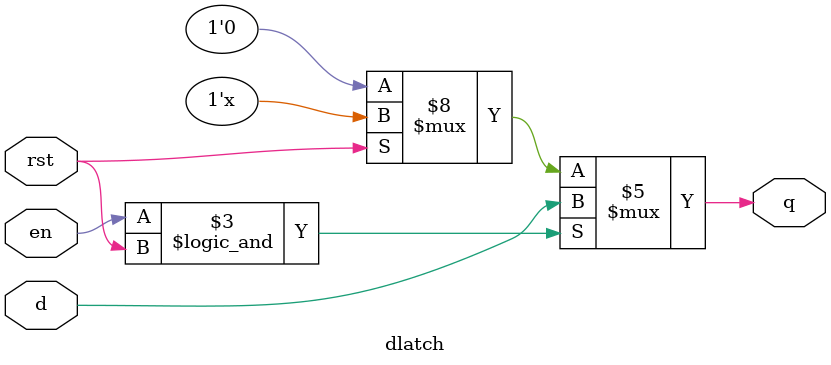
<source format=sv>

module dlatch( input d, input en, input rst, output reg q);
  always @(en, q)  begin // always block triggeres only when en or q changes there value
    if (!rst) begin
      q = 1'b 0;
    end
    if (en && rst)
      q = d;
  end
endmodule
</source>
